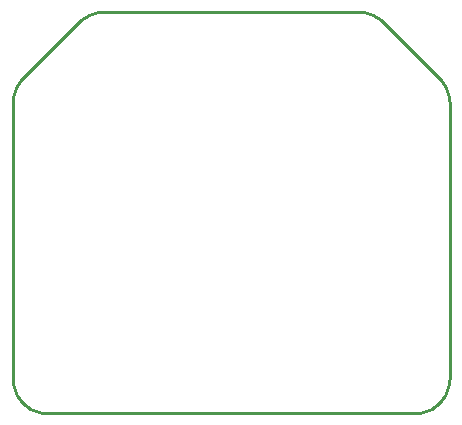
<source format=gbr>
G04 EAGLE Gerber RS-274X export*
G75*
%MOMM*%
%FSLAX34Y34*%
%LPD*%
%IN*%
%IPPOS*%
%AMOC8*
5,1,8,0,0,1.08239X$1,22.5*%
G01*
G04 Define Apertures*
%ADD10C,0.254000*%
D10*
X-185000Y-120000D02*
X-184886Y-122615D01*
X-184544Y-125209D01*
X-183978Y-127765D01*
X-183191Y-130261D01*
X-182189Y-132679D01*
X-180981Y-135000D01*
X-179575Y-137207D01*
X-177981Y-139284D01*
X-176213Y-141213D01*
X-174284Y-142981D01*
X-172207Y-144575D01*
X-170000Y-145981D01*
X-167679Y-147189D01*
X-165261Y-148191D01*
X-162765Y-148978D01*
X-160209Y-149544D01*
X-157615Y-149886D01*
X-155000Y-150000D01*
X155000Y-150000D01*
X157615Y-149886D01*
X160209Y-149544D01*
X162765Y-148978D01*
X165261Y-148191D01*
X167679Y-147189D01*
X170000Y-145981D01*
X172207Y-144575D01*
X174284Y-142981D01*
X176213Y-141213D01*
X177981Y-139284D01*
X179575Y-137207D01*
X180981Y-135000D01*
X182189Y-132679D01*
X183191Y-130261D01*
X183978Y-127765D01*
X184544Y-125209D01*
X184886Y-122615D01*
X185000Y-120000D01*
X185000Y112574D01*
X184886Y115188D01*
X184544Y117783D01*
X183978Y120338D01*
X183191Y122834D01*
X182189Y125252D01*
X180981Y127574D01*
X179575Y129781D01*
X177981Y131857D01*
X176213Y133787D01*
X128787Y181213D01*
X126857Y182981D01*
X124781Y184575D01*
X122574Y185981D01*
X120252Y187189D01*
X117834Y188191D01*
X115338Y188978D01*
X112783Y189544D01*
X110188Y189886D01*
X107574Y190000D01*
X-107574Y190000D01*
X-110188Y189886D01*
X-112783Y189544D01*
X-115338Y188978D01*
X-117834Y188191D01*
X-120252Y187189D01*
X-122574Y185981D01*
X-124781Y184575D01*
X-126857Y182981D01*
X-128787Y181213D01*
X-176213Y133787D01*
X-177981Y131857D01*
X-179575Y129781D01*
X-180981Y127574D01*
X-182189Y125252D01*
X-183191Y122834D01*
X-183978Y120338D01*
X-184544Y117783D01*
X-184886Y115188D01*
X-185000Y112574D01*
X-185000Y-120000D01*
M02*

</source>
